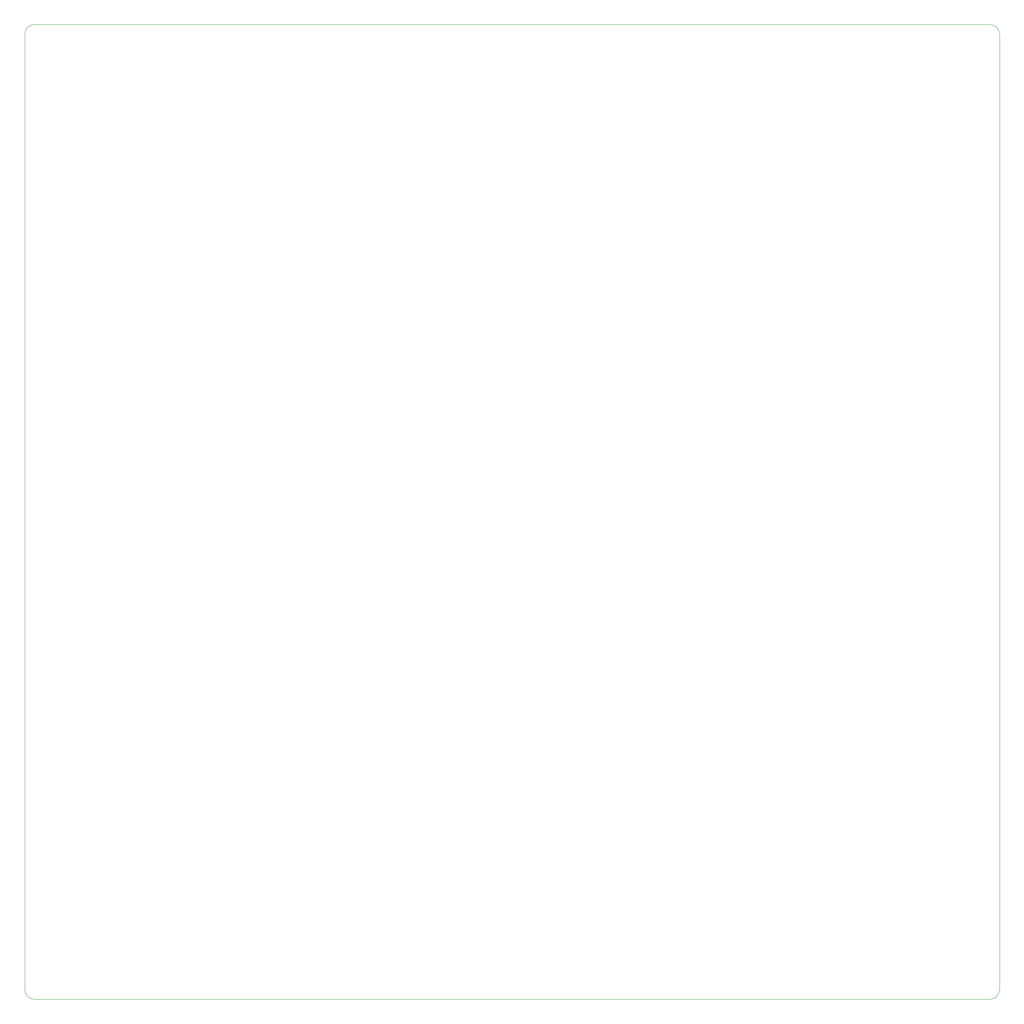
<source format=gbr>
G04 #@! TF.GenerationSoftware,KiCad,Pcbnew,7.0.0*
G04 #@! TF.CreationDate,2024-03-13T15:56:50+01:00*
G04 #@! TF.ProjectId,ADAU1787_rack,41444155-3137-4383-975f-7261636b2e6b,rev?*
G04 #@! TF.SameCoordinates,Original*
G04 #@! TF.FileFunction,Profile,NP*
%FSLAX46Y46*%
G04 Gerber Fmt 4.6, Leading zero omitted, Abs format (unit mm)*
G04 Created by KiCad (PCBNEW 7.0.0) date 2024-03-13 15:56:50*
%MOMM*%
%LPD*%
G01*
G04 APERTURE LIST*
G04 #@! TA.AperFunction,Profile*
%ADD10C,0.100000*%
G04 #@! TD*
G04 APERTURE END LIST*
D10*
X27000000Y-267500000D02*
X252200000Y-267500000D01*
X254600000Y-265100000D02*
X254600000Y-39900000D01*
X252200000Y-37500000D02*
X27000000Y-37500000D01*
X24600000Y-39900000D02*
X24600000Y-265100000D01*
X252200000Y-267500000D02*
G75*
G03*
X254600000Y-265100000I0J2400000D01*
G01*
X24600000Y-265100000D02*
G75*
G03*
X27000000Y-267500000I2400000J0D01*
G01*
X254600000Y-39900000D02*
G75*
G03*
X252200000Y-37500000I-2400000J0D01*
G01*
X27000000Y-37500000D02*
G75*
G03*
X24600000Y-39900000I0J-2400000D01*
G01*
M02*

</source>
